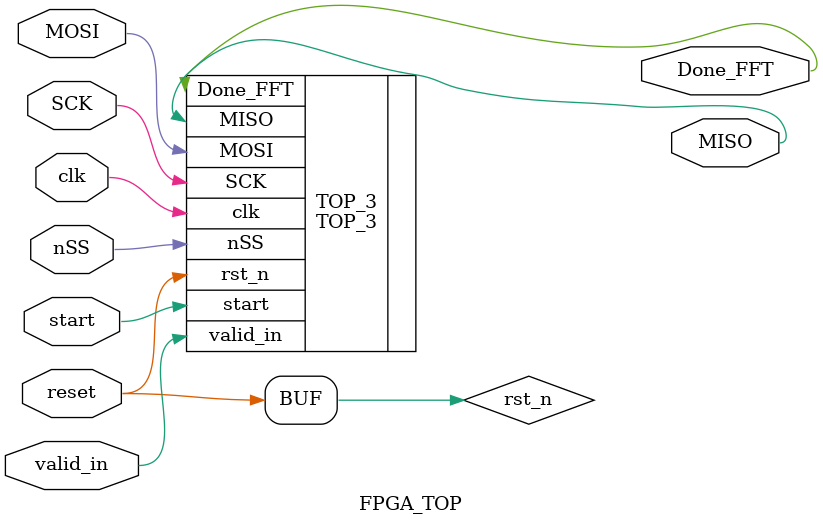
<source format=v>
`timescale 1ns / 1ps


module FPGA_TOP#(parameter In_BW =12
            )(
           input clk,
           input reset,
           input valid_in,
           input start,
           input MOSI,
           input SCK,
           input nSS,
           output MISO,
           output Done_FFT
           );
           
           wire rst_n;
           assign rst_n = reset;
           
     
           TOP_3 TOP_3(
                       .clk(clk),
                       .rst_n(rst_n),
                       .valid_in(valid_in),
                       .start(start),
                       .MOSI(MOSI),
                       .SCK(SCK),
                       .nSS(nSS),
                       .MISO(MISO),
                       .Done_FFT(Done_FFT)
          
                      );

   
endmodule


</source>
